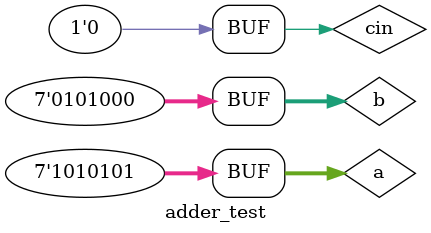
<source format=v>
`timescale 1ns / 1ps


module adder_test;

	// Inputs
	reg [6:0] a;
	reg [6:0] b;
	reg cin;

	// Outputs
	wire [7:0] sum;

	// Instantiate the Unit Under Test (UUT)
	adder uut (
		.a(a), 
		.b(b), 
		.cin(cin), 
		.sum(sum)
	);

	initial begin
		// Initialize Inputs
		// Wait 100 ns for global reset to finish
		#100;
      a = 7'b1010101;
		b = 7'b0101000;
		cin = 0;
		// Add stimulus here
	end
      
endmodule


</source>
